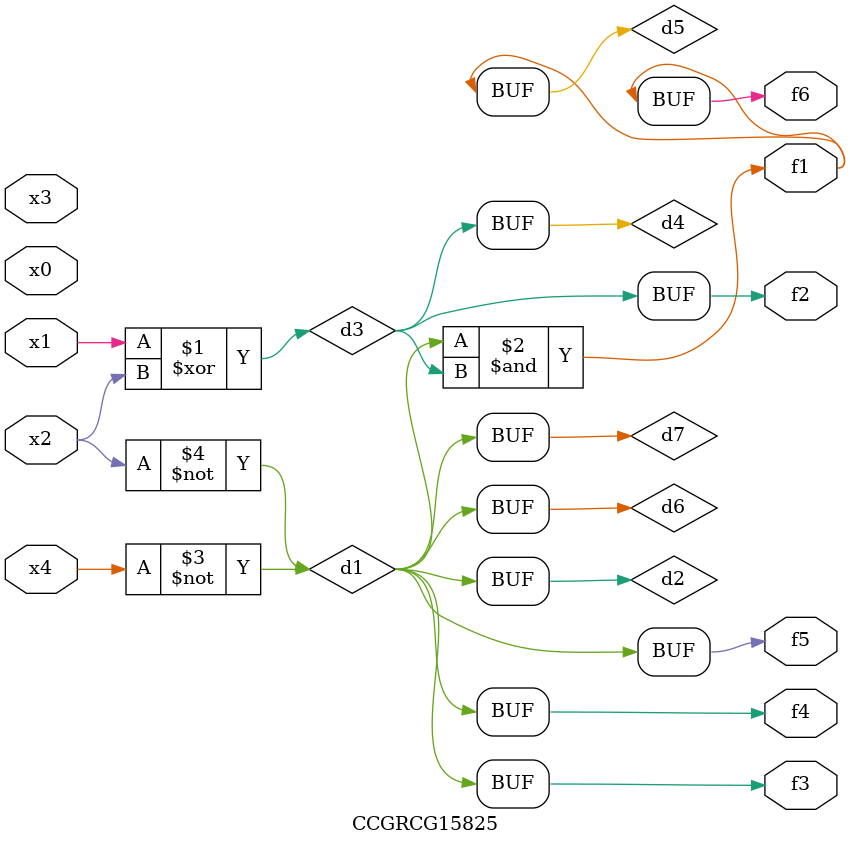
<source format=v>
module CCGRCG15825(
	input x0, x1, x2, x3, x4,
	output f1, f2, f3, f4, f5, f6
);

	wire d1, d2, d3, d4, d5, d6, d7;

	not (d1, x4);
	not (d2, x2);
	xor (d3, x1, x2);
	buf (d4, d3);
	and (d5, d1, d3);
	buf (d6, d1, d2);
	buf (d7, d2);
	assign f1 = d5;
	assign f2 = d4;
	assign f3 = d7;
	assign f4 = d7;
	assign f5 = d7;
	assign f6 = d5;
endmodule

</source>
